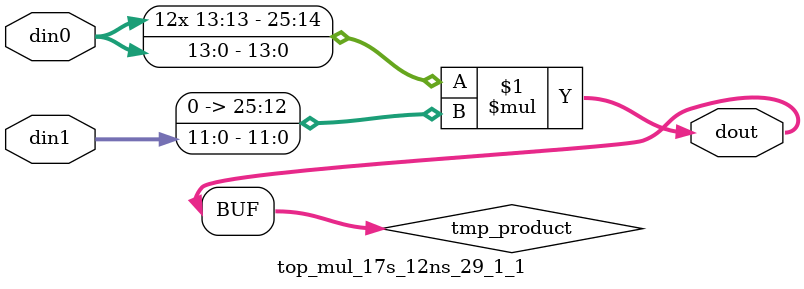
<source format=v>

`timescale 1 ns / 1 ps

 (* use_dsp = "no" *)  module top_mul_17s_12ns_29_1_1(din0, din1, dout);
parameter ID = 1;
parameter NUM_STAGE = 0;
parameter din0_WIDTH = 14;
parameter din1_WIDTH = 12;
parameter dout_WIDTH = 26;

input [din0_WIDTH - 1 : 0] din0; 
input [din1_WIDTH - 1 : 0] din1; 
output [dout_WIDTH - 1 : 0] dout;

wire signed [dout_WIDTH - 1 : 0] tmp_product;


























assign tmp_product = $signed(din0) * $signed({1'b0, din1});









assign dout = tmp_product;





















endmodule

</source>
